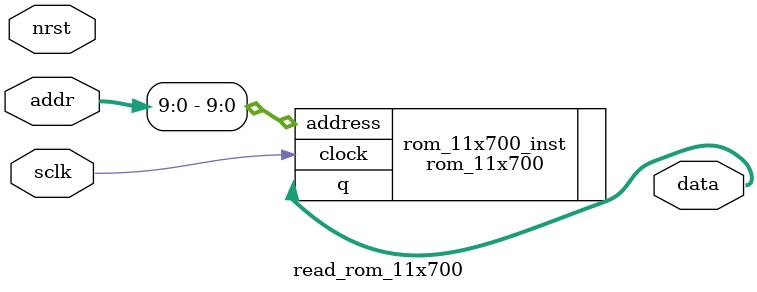
<source format=v>
/*输入时钟信号和地址信号，输出ROM对应地址（10位宽）下的数据（11位宽）。*/
/*地址是0~699（10位宽），数据最大是2047（11位宽）。*/
/*700个11位宽的数据。*/
module read_rom_11x700(
    input   wire        sclk,
    input   wire        nrst,
    input   wire[15:0]  addr,

    output  wire[10:0]  data
);

/*实例化ROM的IP核模块*/
rom_11x700 rom_11x700_inst(
    .clock      (sclk),
    .address    (addr[9:0]),//截取10位宽的地址，对的
    
    .q          (data)
);

endmodule

</source>
